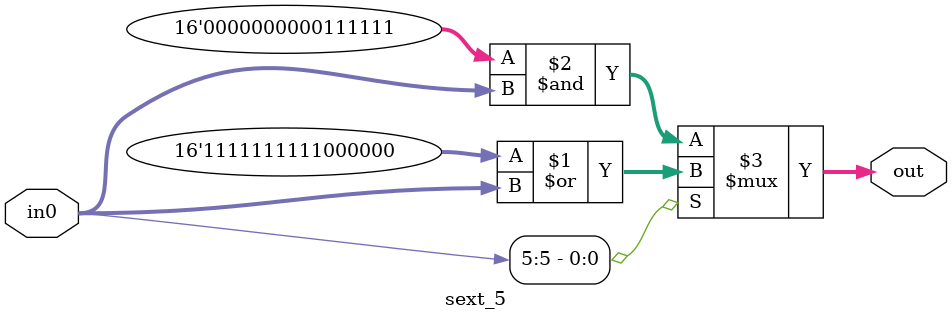
<source format=v>
`timescale 1ns / 1ps


module sext_5(
    input [5:0] in0,
    output [15:0] out
    );
    
    assign out = in0[5] ? (16'b1111111111000000 | in0) : (16'b0000000000111111 & in0);
    
endmodule

</source>
